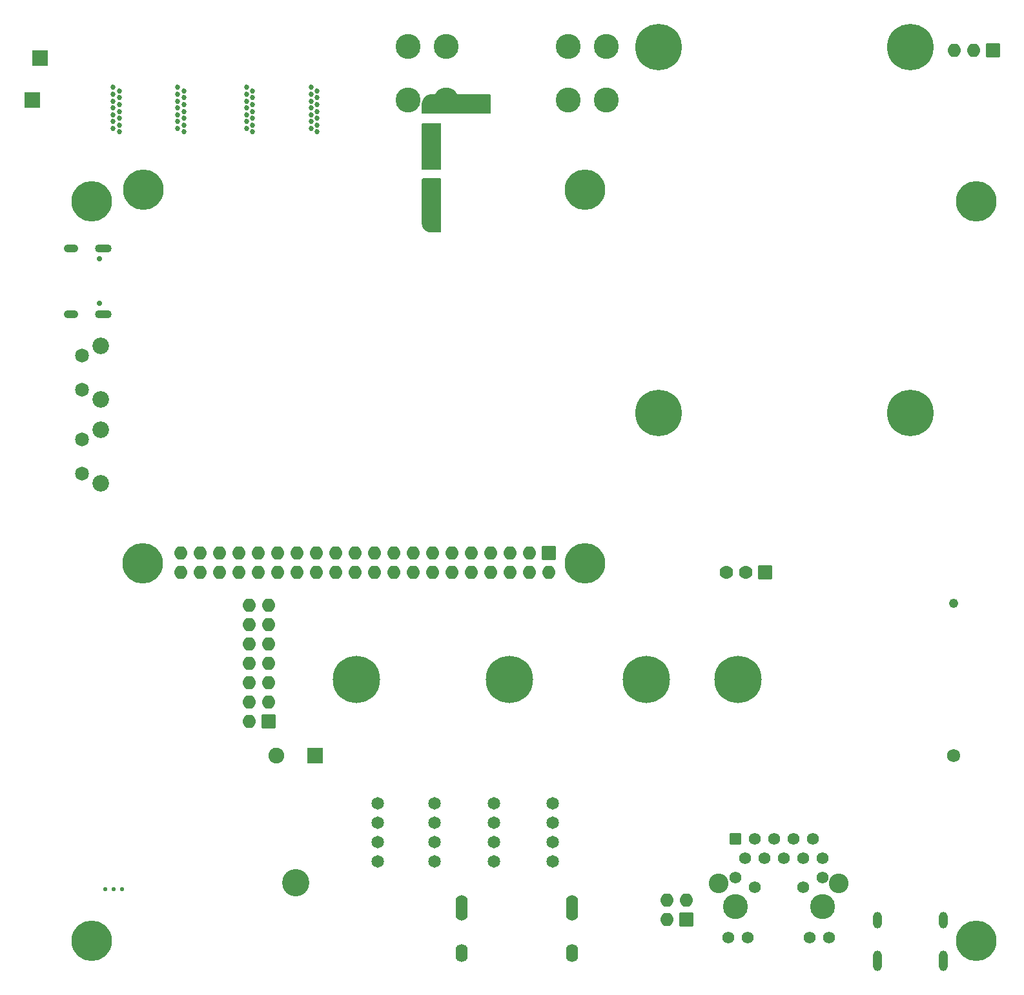
<source format=gbr>
%TF.GenerationSoftware,KiCad,Pcbnew,9.0.3*%
%TF.CreationDate,2025-08-24T22:17:20-04:00*%
%TF.ProjectId,libreboard,6c696272-6562-46f6-9172-642e6b696361,rev?*%
%TF.SameCoordinates,Original*%
%TF.FileFunction,Soldermask,Bot*%
%TF.FilePolarity,Negative*%
%FSLAX46Y46*%
G04 Gerber Fmt 4.6, Leading zero omitted, Abs format (unit mm)*
G04 Created by KiCad (PCBNEW 9.0.3) date 2025-08-24 22:17:20*
%MOMM*%
%LPD*%
G01*
G04 APERTURE LIST*
G04 Aperture macros list*
%AMRoundRect*
0 Rectangle with rounded corners*
0 $1 Rounding radius*
0 $2 $3 $4 $5 $6 $7 $8 $9 X,Y pos of 4 corners*
0 Add a 4 corners polygon primitive as box body*
4,1,4,$2,$3,$4,$5,$6,$7,$8,$9,$2,$3,0*
0 Add four circle primitives for the rounded corners*
1,1,$1+$1,$2,$3*
1,1,$1+$1,$4,$5*
1,1,$1+$1,$6,$7*
1,1,$1+$1,$8,$9*
0 Add four rect primitives between the rounded corners*
20,1,$1+$1,$2,$3,$4,$5,0*
20,1,$1+$1,$4,$5,$6,$7,0*
20,1,$1+$1,$6,$7,$8,$9,0*
20,1,$1+$1,$8,$9,$2,$3,0*%
G04 Aperture macros list end*
%ADD10RoundRect,0.038000X-0.850000X0.850000X-0.850000X-0.850000X0.850000X-0.850000X0.850000X0.850000X0*%
%ADD11O,1.776000X1.776000*%
%ADD12RoundRect,0.038000X0.850000X0.850000X-0.850000X0.850000X-0.850000X-0.850000X0.850000X-0.850000X0*%
%ADD13C,0.726000*%
%ADD14O,2.176000X1.076000*%
%ADD15O,1.876000X1.076000*%
%ADD16C,3.276000*%
%ADD17RoundRect,0.263192X-0.524808X-0.524808X0.524808X-0.524808X0.524808X0.524808X-0.524808X0.524808X0*%
%ADD18C,1.576000*%
%ADD19C,2.576000*%
%ADD20O,1.576000X3.376000*%
%ADD21O,1.576000X2.376000*%
%ADD22C,5.300000*%
%ADD23C,1.226000*%
%ADD24C,1.726000*%
%ADD25C,6.200000*%
%ADD26C,1.650800*%
%ADD27O,1.176000X2.176000*%
%ADD28O,1.176000X2.676000*%
%ADD29C,2.176000*%
%ADD30C,1.826000*%
%ADD31C,0.685600*%
%ADD32C,1.776000*%
%ADD33C,0.575999*%
%ADD34C,3.576000*%
%ADD35RoundRect,0.038000X1.000000X1.000000X-1.000000X1.000000X-1.000000X-1.000000X1.000000X-1.000000X0*%
%ADD36C,2.076000*%
%ADD37C,6.100000*%
%ADD38RoundRect,0.038000X-1.000000X-1.000000X1.000000X-1.000000X1.000000X1.000000X-1.000000X1.000000X0*%
G04 APERTURE END LIST*
D10*
%TO.C,J8*%
X181962600Y-148164100D03*
D11*
X181962600Y-150704100D03*
X179422600Y-148164100D03*
X179422600Y-150704100D03*
X176882600Y-148164100D03*
X176882600Y-150704100D03*
X174342600Y-148164100D03*
X174342600Y-150704100D03*
X171802600Y-148164100D03*
X171802600Y-150704100D03*
X169262600Y-148164100D03*
X169262600Y-150704100D03*
X166722600Y-148164100D03*
X166722600Y-150704100D03*
X164182600Y-148164100D03*
X164182600Y-150704100D03*
X161642600Y-148164100D03*
X161642600Y-150704100D03*
X159102600Y-148164100D03*
X159102600Y-150704100D03*
X156562600Y-148164100D03*
X156562600Y-150704100D03*
X154022600Y-148164100D03*
X154022600Y-150704100D03*
X151482600Y-148164100D03*
X151482600Y-150704100D03*
X148942600Y-148164100D03*
X148942600Y-150704100D03*
X146402600Y-148164100D03*
X146402600Y-150704100D03*
X143862600Y-148164100D03*
X143862600Y-150704100D03*
X141322600Y-148164100D03*
X141322600Y-150704100D03*
X138782600Y-148164100D03*
X138782600Y-150704100D03*
X136242600Y-148164100D03*
X136242600Y-150704100D03*
X133702600Y-148164100D03*
X133702600Y-150704100D03*
%TD*%
D12*
%TO.C,J9*%
X199998891Y-196224302D03*
D11*
X197458891Y-196224302D03*
X199998891Y-193684302D03*
X197458891Y-193684302D03*
%TD*%
D13*
%TO.C,J11*%
X122978891Y-109564100D03*
X122978891Y-115344100D03*
D14*
X123478891Y-108134100D03*
D15*
X119298891Y-108134100D03*
D14*
X123478891Y-116774100D03*
D15*
X119298891Y-116774100D03*
%TD*%
D16*
%TO.C,U3*%
X206363891Y-194534302D03*
X217793891Y-194534302D03*
D17*
X206363891Y-185644302D03*
D18*
X207633891Y-188184302D03*
X208903891Y-185644302D03*
X210173891Y-188184302D03*
X211443891Y-185644302D03*
X212713891Y-188184302D03*
X213983891Y-185644302D03*
X215253891Y-188184302D03*
X216523891Y-185644302D03*
X217793891Y-188184302D03*
X206363891Y-190704302D03*
X208903891Y-191974302D03*
X215253891Y-191974302D03*
X217793891Y-190704302D03*
X205448891Y-198594302D03*
X207988891Y-198594302D03*
X216168891Y-198594302D03*
X218708891Y-198594302D03*
D19*
X204203891Y-191484302D03*
X219953891Y-191484302D03*
%TD*%
D20*
%TO.C,J22*%
X184978891Y-194704302D03*
X170478891Y-194704302D03*
D21*
X170478891Y-200664302D03*
X184978891Y-200664302D03*
%TD*%
D22*
%TO.C,H2*%
X128691299Y-149478009D03*
%TD*%
%TO.C,H3*%
X128738891Y-100474100D03*
%TD*%
%TO.C,H4*%
X186691299Y-149478009D03*
%TD*%
%TO.C,H5*%
X186691299Y-100474100D03*
%TD*%
D12*
%TO.C,J2*%
X145202600Y-170204100D03*
D11*
X142662600Y-170204100D03*
X145202600Y-167664100D03*
X142662600Y-167664100D03*
X145202600Y-165124100D03*
X142662600Y-165124100D03*
X145202600Y-162584100D03*
X142662600Y-162584100D03*
X145202600Y-160044100D03*
X142662600Y-160044100D03*
X145202600Y-157504100D03*
X142662600Y-157504100D03*
X145202600Y-154964100D03*
X142662600Y-154964100D03*
%TD*%
D10*
%TO.C,J3*%
X240202600Y-82204100D03*
D11*
X237662600Y-82204100D03*
X235122600Y-82204100D03*
%TD*%
D23*
%TO.C,J4*%
X234977600Y-154704100D03*
D24*
X234977600Y-174704100D03*
D25*
X206727600Y-164704100D03*
X194727600Y-164704100D03*
X176727600Y-164704100D03*
X156727600Y-164704100D03*
%TD*%
D22*
%TO.C,H8*%
X122000000Y-199000000D03*
%TD*%
%TO.C,H6*%
X238000000Y-102000000D03*
%TD*%
D16*
%TO.C,J101*%
X184478891Y-81704302D03*
X184478891Y-88704302D03*
X189478891Y-81704302D03*
X189478891Y-88704302D03*
%TD*%
D26*
%TO.C,J53*%
X166978891Y-180954302D03*
X166978891Y-183494302D03*
X166978891Y-186034302D03*
X166978891Y-188574302D03*
%TD*%
%TO.C,J54*%
X182478891Y-180954302D03*
X182478891Y-183494302D03*
X182478891Y-186034302D03*
X182478891Y-188574302D03*
%TD*%
D27*
%TO.C,J15*%
X225062600Y-196324100D03*
D28*
X225062600Y-201684100D03*
D27*
X233702600Y-196324100D03*
D28*
X233702600Y-201684100D03*
%TD*%
D29*
%TO.C,SW2*%
X123192600Y-138954100D03*
X123192600Y-131944100D03*
D30*
X120702600Y-137704100D03*
X120702600Y-133204100D03*
%TD*%
D26*
%TO.C,J52*%
X174728891Y-180954302D03*
X174728891Y-183494302D03*
X174728891Y-186034302D03*
X174728891Y-188574302D03*
%TD*%
D29*
%TO.C,SW1*%
X123192600Y-127954100D03*
X123192600Y-120944100D03*
D30*
X120702600Y-126704100D03*
X120702600Y-122204100D03*
%TD*%
D31*
%TO.C,J6*%
X134059200Y-87481200D03*
X134059200Y-88381201D03*
X134059200Y-89281199D03*
X134059200Y-90181200D03*
X134059200Y-91081200D03*
X134059200Y-91981199D03*
X134059200Y-92881199D03*
X133279199Y-92431199D03*
X133279199Y-91531199D03*
X133279199Y-90631200D03*
X133279199Y-89731200D03*
X133279199Y-88831199D03*
X133279199Y-87931201D03*
X133279199Y-87031200D03*
%TD*%
D10*
%TO.C,J19*%
X210302600Y-150704100D03*
D32*
X207762600Y-150704100D03*
X205222600Y-150704100D03*
%TD*%
D26*
%TO.C,J51*%
X159478891Y-180954302D03*
X159478891Y-183494302D03*
X159478891Y-186034302D03*
X159478891Y-188574302D03*
%TD*%
D31*
%TO.C,J10*%
X143072800Y-87481200D03*
X143072800Y-88381201D03*
X143072800Y-89281199D03*
X143072800Y-90181200D03*
X143072800Y-91081200D03*
X143072800Y-91981199D03*
X143072800Y-92881199D03*
X142292799Y-92431199D03*
X142292799Y-91531199D03*
X142292799Y-90631200D03*
X142292799Y-89731200D03*
X142292799Y-88831199D03*
X142292799Y-87931201D03*
X142292799Y-87031200D03*
%TD*%
D33*
%TO.C,U4*%
X125937602Y-192234099D03*
X124862600Y-192234099D03*
X123787598Y-192234099D03*
%TD*%
D34*
%TO.C,D4*%
X148742600Y-191364100D03*
D35*
X151282600Y-174704100D03*
D36*
X146202600Y-174704100D03*
%TD*%
D16*
%TO.C,J100*%
X163478891Y-81704302D03*
X163478891Y-88704302D03*
X168478891Y-81704302D03*
X168478891Y-88704302D03*
%TD*%
D31*
%TO.C,J17*%
X151559200Y-87481200D03*
X151559200Y-88381201D03*
X151559200Y-89281199D03*
X151559200Y-90181200D03*
X151559200Y-91081200D03*
X151559200Y-91981199D03*
X151559200Y-92881199D03*
X150779199Y-92431199D03*
X150779199Y-91531199D03*
X150779199Y-90631200D03*
X150779199Y-89731200D03*
X150779199Y-88831199D03*
X150779199Y-87931201D03*
X150779199Y-87031200D03*
%TD*%
D22*
%TO.C,H7*%
X122000000Y-102000000D03*
%TD*%
D31*
%TO.C,J1*%
X125600000Y-87481200D03*
X125600000Y-88381201D03*
X125600000Y-89281199D03*
X125600000Y-90181200D03*
X125600000Y-91081200D03*
X125600000Y-91981199D03*
X125600000Y-92881199D03*
X124819999Y-92431199D03*
X124819999Y-91531199D03*
X124819999Y-90631200D03*
X124819999Y-89731200D03*
X124819999Y-88831199D03*
X124819999Y-87931201D03*
X124819999Y-87031200D03*
%TD*%
D22*
%TO.C,H1*%
X238000000Y-199000000D03*
%TD*%
D37*
%TO.C,Module1*%
X229326309Y-129750393D03*
X229326309Y-81750393D03*
X196326309Y-129750393D03*
X196326309Y-81750393D03*
%TD*%
D38*
%TO.C,TP3*%
X114202600Y-88704100D03*
%TD*%
%TO.C,TP5*%
X115202600Y-83204100D03*
%TD*%
G36*
X167759330Y-98998887D02*
G01*
X167805085Y-99051691D01*
X167816291Y-99103202D01*
X167816291Y-105967202D01*
X167796606Y-106034241D01*
X167743802Y-106079996D01*
X167692291Y-106091202D01*
X166546893Y-106091202D01*
X166545672Y-106091196D01*
X166500671Y-106090753D01*
X166492162Y-106090377D01*
X166401809Y-106083265D01*
X166392141Y-106082120D01*
X166303240Y-106068039D01*
X166293691Y-106066140D01*
X166206170Y-106045128D01*
X166196797Y-106042484D01*
X166111171Y-106014661D01*
X166102036Y-106011291D01*
X166018895Y-105976851D01*
X166010056Y-105972776D01*
X165929844Y-105931907D01*
X165921347Y-105927149D01*
X165844590Y-105880111D01*
X165836494Y-105874701D01*
X165763686Y-105821801D01*
X165756041Y-105815774D01*
X165687592Y-105757313D01*
X165680442Y-105750704D01*
X165616786Y-105687047D01*
X165610178Y-105679898D01*
X165551720Y-105611453D01*
X165545691Y-105603805D01*
X165492786Y-105530985D01*
X165487377Y-105522890D01*
X165440345Y-105446140D01*
X165435588Y-105437646D01*
X165394720Y-105357438D01*
X165390644Y-105348596D01*
X165356196Y-105265432D01*
X165352826Y-105256297D01*
X165325014Y-105170700D01*
X165322371Y-105161328D01*
X165301356Y-105073789D01*
X165299457Y-105064242D01*
X165285377Y-104975349D01*
X165284232Y-104965680D01*
X165277119Y-104875310D01*
X165276743Y-104866835D01*
X165276297Y-104822774D01*
X165276291Y-104821519D01*
X165276291Y-99103202D01*
X165295976Y-99036163D01*
X165348780Y-98990408D01*
X165400291Y-98979202D01*
X167692291Y-98979202D01*
X167759330Y-98998887D01*
G37*
G36*
X167759330Y-91759887D02*
G01*
X167805085Y-91812691D01*
X167816291Y-91864202D01*
X167816291Y-97712202D01*
X167796606Y-97779241D01*
X167743802Y-97824996D01*
X167692291Y-97836202D01*
X165400281Y-97836202D01*
X165333242Y-97816517D01*
X165287487Y-97763713D01*
X165276281Y-97712202D01*
X165276291Y-91864202D01*
X165295976Y-91797162D01*
X165348780Y-91751408D01*
X165400291Y-91740202D01*
X167692291Y-91740202D01*
X167759330Y-91759887D01*
G37*
G36*
X174236330Y-87955527D02*
G01*
X174282085Y-88008331D01*
X174293291Y-88059842D01*
X174293300Y-90351851D01*
X174273616Y-90418890D01*
X174220812Y-90464645D01*
X174169300Y-90475851D01*
X168197529Y-90475842D01*
X168197451Y-90475819D01*
X168197291Y-90475842D01*
X165400052Y-90470440D01*
X165333050Y-90450626D01*
X165287397Y-90397734D01*
X165276291Y-90346440D01*
X165276291Y-89200683D01*
X165276296Y-89199621D01*
X165276679Y-89154895D01*
X165277056Y-89146227D01*
X165284128Y-89056377D01*
X165285273Y-89046709D01*
X165299283Y-88958254D01*
X165301182Y-88948704D01*
X165322095Y-88861596D01*
X165324738Y-88852224D01*
X165352420Y-88767031D01*
X165355790Y-88757898D01*
X165390069Y-88675142D01*
X165394146Y-88666298D01*
X165434814Y-88586486D01*
X165439571Y-88577992D01*
X165486372Y-88501622D01*
X165491781Y-88493527D01*
X165544429Y-88421064D01*
X165550458Y-88413417D01*
X165608639Y-88345298D01*
X165615249Y-88338148D01*
X165678581Y-88274819D01*
X165685730Y-88268210D01*
X165753851Y-88210031D01*
X165761498Y-88204003D01*
X165833968Y-88151353D01*
X165842064Y-88145944D01*
X165918435Y-88099147D01*
X165926930Y-88094390D01*
X166006755Y-88053720D01*
X166015598Y-88049644D01*
X166098340Y-88015374D01*
X166107475Y-88012004D01*
X166192672Y-87984325D01*
X166202042Y-87981682D01*
X166289146Y-87960773D01*
X166298698Y-87958874D01*
X166387167Y-87944866D01*
X166396834Y-87943722D01*
X166486730Y-87936650D01*
X166495275Y-87936274D01*
X166540022Y-87935848D01*
X166541202Y-87935842D01*
X174169291Y-87935842D01*
X174236330Y-87955527D01*
G37*
M02*

</source>
